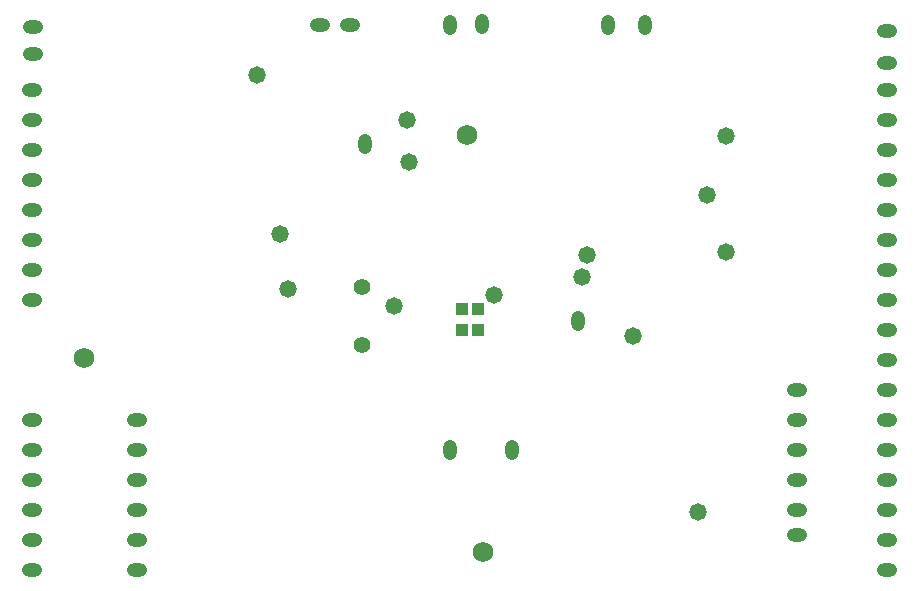
<source format=gbs>
G04 Layer_Color=16711935*
%FSLAX25Y25*%
%MOIN*%
G70*
G01*
G75*
%ADD34R,0.03950X0.04343*%
%ADD38O,0.04737X0.06706*%
%ADD39O,0.06706X0.04737*%
%ADD40C,0.06800*%
%ADD41C,0.05524*%
%ADD42C,0.05800*%
D34*
X150244Y90000D02*
D03*
X155756D02*
D03*
X150244Y97000D02*
D03*
X155756D02*
D03*
D38*
X146500Y50000D02*
D03*
X167000D02*
D03*
X189000Y93000D02*
D03*
X211500Y191500D02*
D03*
X199000D02*
D03*
X146500D02*
D03*
X157000Y192000D02*
D03*
X118000Y152000D02*
D03*
D39*
X292000Y10000D02*
D03*
X7000D02*
D03*
Y20000D02*
D03*
Y60000D02*
D03*
Y50000D02*
D03*
Y40000D02*
D03*
Y30000D02*
D03*
X292000Y50000D02*
D03*
Y40000D02*
D03*
Y70000D02*
D03*
Y60000D02*
D03*
Y20000D02*
D03*
X262000Y30000D02*
D03*
X292000D02*
D03*
X262000Y21500D02*
D03*
Y40000D02*
D03*
X7000Y100000D02*
D03*
Y110000D02*
D03*
Y130000D02*
D03*
Y140000D02*
D03*
Y120000D02*
D03*
Y150000D02*
D03*
Y160000D02*
D03*
Y170000D02*
D03*
X113000Y191500D02*
D03*
X103000D02*
D03*
X7500Y191000D02*
D03*
Y182000D02*
D03*
X262000Y60000D02*
D03*
X292000Y80000D02*
D03*
Y90000D02*
D03*
Y120000D02*
D03*
Y130000D02*
D03*
Y140000D02*
D03*
Y150000D02*
D03*
Y160000D02*
D03*
Y170000D02*
D03*
Y179000D02*
D03*
Y189500D02*
D03*
X262000Y70000D02*
D03*
X292000Y110000D02*
D03*
X42000Y20000D02*
D03*
Y10000D02*
D03*
Y30000D02*
D03*
X292000Y100000D02*
D03*
X42000Y60000D02*
D03*
Y40000D02*
D03*
Y50000D02*
D03*
X262000D02*
D03*
D40*
X152000Y155000D02*
D03*
X157500Y16000D02*
D03*
X24500Y80500D02*
D03*
D41*
X117000Y85000D02*
D03*
Y104213D02*
D03*
D42*
X238500Y154500D02*
D03*
X92500Y103500D02*
D03*
X238500Y116000D02*
D03*
X190200Y107500D02*
D03*
X89827Y122047D02*
D03*
X191900Y115100D02*
D03*
X229000Y29400D02*
D03*
X160900Y101500D02*
D03*
X207300Y87953D02*
D03*
X127800Y98000D02*
D03*
X132800Y145800D02*
D03*
X232000Y135000D02*
D03*
X82000Y175100D02*
D03*
X131900Y159900D02*
D03*
M02*

</source>
